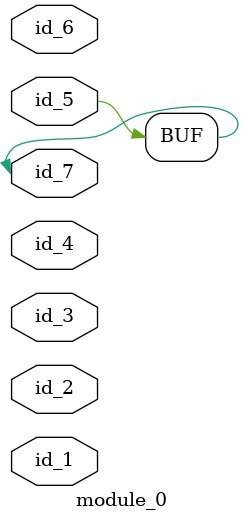
<source format=v>
module module_0 (
    id_1,
    id_2,
    id_3,
    id_4,
    id_5,
    id_6,
    id_7
);
  inout id_7;
  inout id_6;
  inout id_5;
  inout id_4;
  input id_3;
  inout id_2;
  inout id_1;
  initial begin
    id_7 <= id_2;
    id_7 <= id_5;
  end
endmodule

</source>
